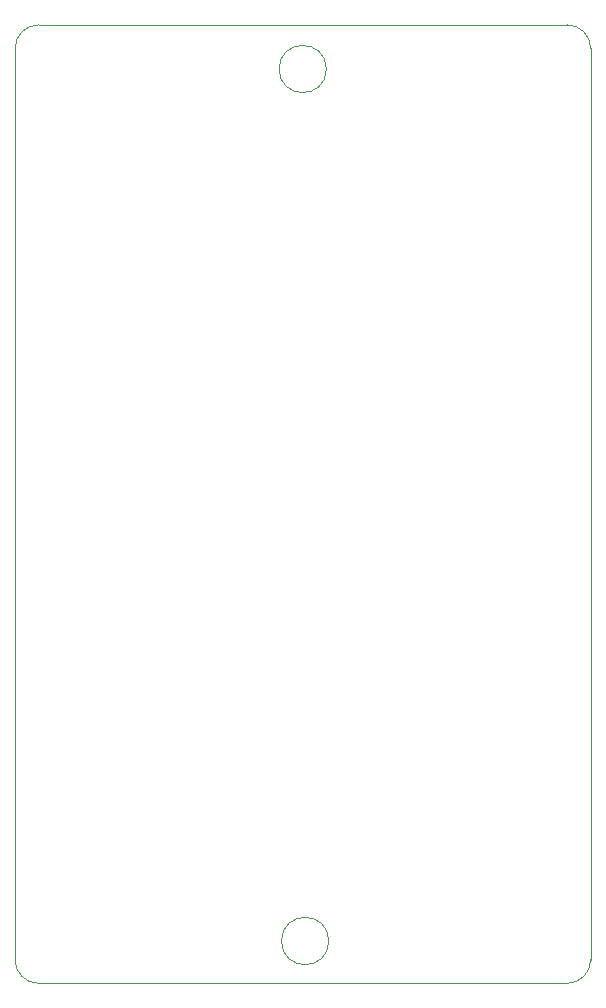
<source format=gbr>
%TF.GenerationSoftware,KiCad,Pcbnew,7.0.2*%
%TF.CreationDate,2024-01-28T20:17:23-05:00*%
%TF.ProjectId,dpx_perv_5x30,6470785f-7065-4727-965f-357833302e6b,rev?*%
%TF.SameCoordinates,Original*%
%TF.FileFunction,Profile,NP*%
%FSLAX46Y46*%
G04 Gerber Fmt 4.6, Leading zero omitted, Abs format (unit mm)*
G04 Created by KiCad (PCBNEW 7.0.2) date 2024-01-28 20:17:23*
%MOMM*%
%LPD*%
G01*
G04 APERTURE LIST*
%TA.AperFunction,Profile*%
%ADD10C,0.100000*%
%TD*%
G04 APERTURE END LIST*
D10*
X40880000Y-109010000D02*
X40880000Y-31850000D01*
X40880000Y-109010000D02*
G75*
G03*
X42880000Y-111010000I2000000J0D01*
G01*
X87620000Y-111010000D02*
G75*
G03*
X89620000Y-109010000I0J2000000D01*
G01*
X67240000Y-33590000D02*
G75*
G03*
X67240000Y-33590000I-2000000J0D01*
G01*
X87620000Y-111010000D02*
X42880000Y-111010000D01*
X67440000Y-107420000D02*
G75*
G03*
X67440000Y-107420000I-2000000J0D01*
G01*
X89620000Y-31850000D02*
X89620000Y-109010000D01*
X42880000Y-29850000D02*
X87620000Y-29850000D01*
X42880000Y-29850000D02*
G75*
G03*
X40880000Y-31850000I0J-2000000D01*
G01*
X89620000Y-31850000D02*
G75*
G03*
X87620000Y-29850000I-2000000J0D01*
G01*
M02*

</source>
